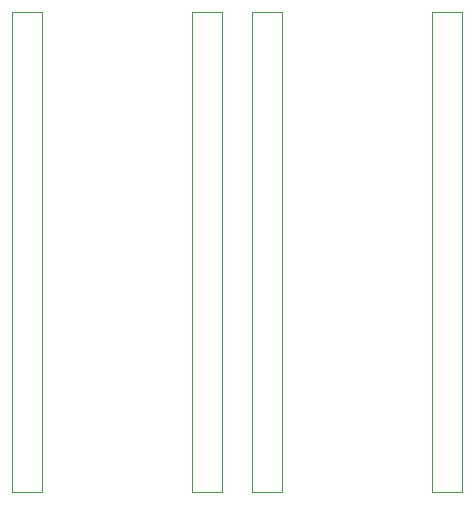
<source format=gbr>
%TF.GenerationSoftware,KiCad,Pcbnew,(5.99.0-9233-g881cb3182b)*%
%TF.CreationDate,2021-07-01T22:40:51+02:00*%
%TF.ProjectId,cdtv-ext-flash,63647476-2d65-4787-942d-666c6173682e,rev?*%
%TF.SameCoordinates,Original*%
%TF.FileFunction,Legend,Bot*%
%TF.FilePolarity,Positive*%
%FSLAX46Y46*%
G04 Gerber Fmt 4.6, Leading zero omitted, Abs format (unit mm)*
G04 Created by KiCad (PCBNEW (5.99.0-9233-g881cb3182b)) date 2021-07-01 22:40:51*
%MOMM*%
%LPD*%
G01*
G04 APERTURE LIST*
%ADD10C,0.120000*%
G04 APERTURE END LIST*
D10*
%TO.C,U1*%
X115570000Y-46024800D02*
X118110000Y-46024800D01*
X118110000Y-46024800D02*
X118110000Y-86664800D01*
X118110000Y-86664800D02*
X115570000Y-86664800D01*
X115570000Y-86664800D02*
X115570000Y-46024800D01*
X130810000Y-46024800D02*
X133350000Y-46024800D01*
X133350000Y-46024800D02*
X133350000Y-86664800D01*
X133350000Y-86664800D02*
X130810000Y-86664800D01*
X130810000Y-86664800D02*
X130810000Y-46024800D01*
%TO.C,U2*%
X95250000Y-46024800D02*
X97790000Y-46024800D01*
X97790000Y-46024800D02*
X97790000Y-86664800D01*
X97790000Y-86664800D02*
X95250000Y-86664800D01*
X95250000Y-86664800D02*
X95250000Y-46024800D01*
X110490000Y-46024800D02*
X113030000Y-46024800D01*
X113030000Y-46024800D02*
X113030000Y-86664800D01*
X113030000Y-86664800D02*
X110490000Y-86664800D01*
X110490000Y-86664800D02*
X110490000Y-46024800D01*
%TD*%
M02*

</source>
